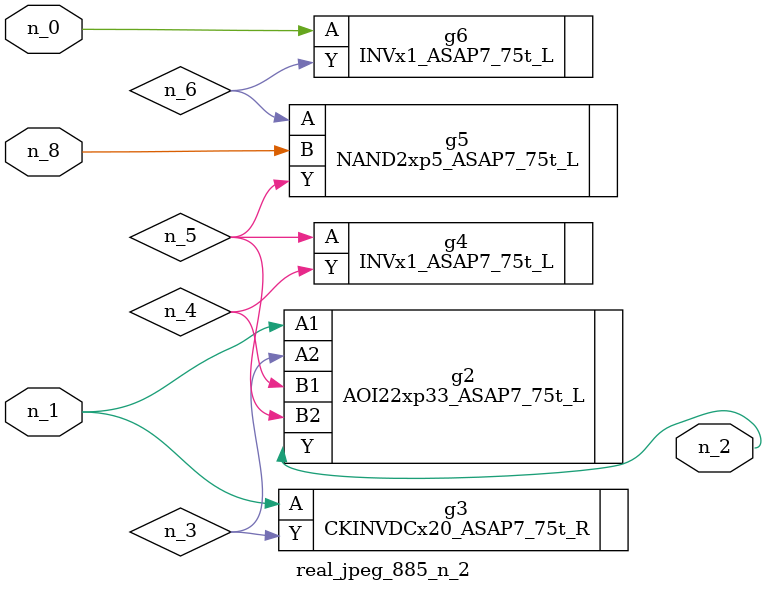
<source format=v>
module real_jpeg_885_n_2 (n_8, n_1, n_0, n_2);

input n_8;
input n_1;
input n_0;

output n_2;

wire n_5;
wire n_4;
wire n_6;
wire n_3;

INVx1_ASAP7_75t_L g6 ( 
.A(n_0),
.Y(n_6)
);

AOI22xp33_ASAP7_75t_L g2 ( 
.A1(n_1),
.A2(n_3),
.B1(n_4),
.B2(n_5),
.Y(n_2)
);

CKINVDCx20_ASAP7_75t_R g3 ( 
.A(n_1),
.Y(n_3)
);

INVx1_ASAP7_75t_L g4 ( 
.A(n_5),
.Y(n_4)
);

NAND2xp5_ASAP7_75t_L g5 ( 
.A(n_6),
.B(n_8),
.Y(n_5)
);


endmodule
</source>
